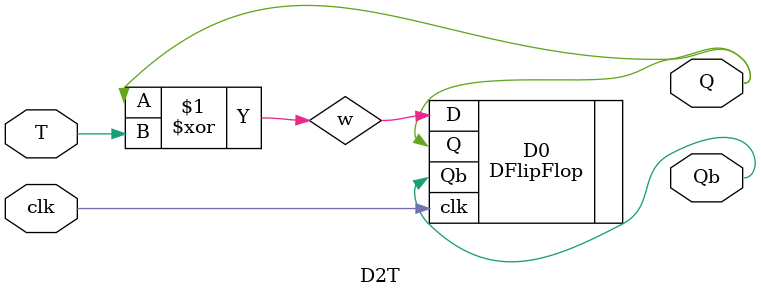
<source format=v>
`timescale 1ns / 1ps


module D2T(output Q, Qb, input T, clk);
    wire w;
    
    assign w = Q ^ T; 
    
    DFlipFlop D0(.Q(Q), .Qb(Qb), .D(w), .clk(clk));
    
endmodule


</source>
